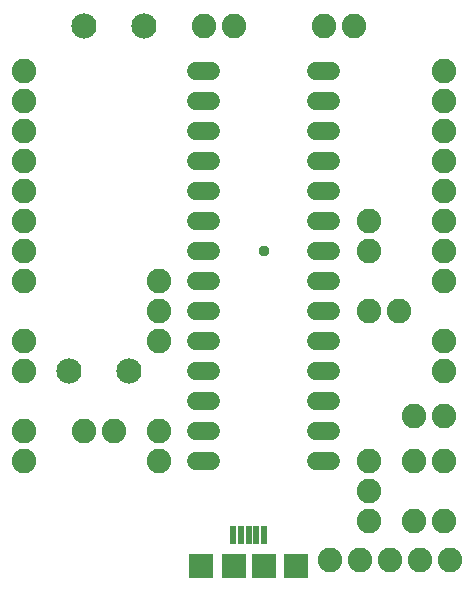
<source format=gts>
G75*
%MOIN*%
%OFA0B0*%
%FSLAX25Y25*%
%IPPOS*%
%LPD*%
%AMOC8*
5,1,8,0,0,1.08239X$1,22.5*
%
%ADD10C,0.08200*%
%ADD11C,0.06000*%
%ADD12C,0.08400*%
%ADD13R,0.02178X0.06312*%
%ADD14R,0.07887X0.08280*%
%ADD15R,0.08280X0.08280*%
%ADD16C,0.03778*%
D10*
X0009333Y0047275D03*
X0009333Y0057275D03*
X0009333Y0077275D03*
X0009333Y0087275D03*
X0009333Y0107275D03*
X0009333Y0117275D03*
X0009333Y0127275D03*
X0009333Y0137275D03*
X0009333Y0147275D03*
X0009333Y0157275D03*
X0009333Y0167275D03*
X0009333Y0177275D03*
X0054333Y0107275D03*
X0054333Y0097275D03*
X0054333Y0087275D03*
X0054333Y0057275D03*
X0054333Y0047275D03*
X0039333Y0057275D03*
X0029333Y0057275D03*
X0111333Y0014275D03*
X0121333Y0014275D03*
X0131333Y0014275D03*
X0141333Y0014275D03*
X0151333Y0014275D03*
X0149333Y0027275D03*
X0139333Y0027275D03*
X0124333Y0027275D03*
X0124333Y0037275D03*
X0124333Y0047275D03*
X0139333Y0047275D03*
X0149333Y0047275D03*
X0149333Y0062275D03*
X0139333Y0062275D03*
X0149333Y0077275D03*
X0149333Y0087275D03*
X0134333Y0097275D03*
X0124333Y0097275D03*
X0124333Y0117275D03*
X0124333Y0127275D03*
X0149333Y0127275D03*
X0149333Y0117275D03*
X0149333Y0107275D03*
X0149333Y0137275D03*
X0149333Y0147275D03*
X0149333Y0157275D03*
X0149333Y0167275D03*
X0149333Y0177275D03*
X0119333Y0192275D03*
X0109333Y0192275D03*
X0079333Y0192275D03*
X0069333Y0192275D03*
D11*
X0066733Y0177275D02*
X0071933Y0177275D01*
X0071933Y0167275D02*
X0066733Y0167275D01*
X0066733Y0157275D02*
X0071933Y0157275D01*
X0071933Y0147275D02*
X0066733Y0147275D01*
X0066733Y0137275D02*
X0071933Y0137275D01*
X0071933Y0127275D02*
X0066733Y0127275D01*
X0066733Y0117275D02*
X0071933Y0117275D01*
X0071933Y0107275D02*
X0066733Y0107275D01*
X0066733Y0097275D02*
X0071933Y0097275D01*
X0071933Y0087275D02*
X0066733Y0087275D01*
X0066733Y0077275D02*
X0071933Y0077275D01*
X0071933Y0067275D02*
X0066733Y0067275D01*
X0066733Y0057275D02*
X0071933Y0057275D01*
X0071933Y0047275D02*
X0066733Y0047275D01*
X0106733Y0047275D02*
X0111933Y0047275D01*
X0111933Y0057275D02*
X0106733Y0057275D01*
X0106733Y0067275D02*
X0111933Y0067275D01*
X0111933Y0077275D02*
X0106733Y0077275D01*
X0106733Y0087275D02*
X0111933Y0087275D01*
X0111933Y0097275D02*
X0106733Y0097275D01*
X0106733Y0107275D02*
X0111933Y0107275D01*
X0111933Y0117275D02*
X0106733Y0117275D01*
X0106733Y0127275D02*
X0111933Y0127275D01*
X0111933Y0137275D02*
X0106733Y0137275D01*
X0106733Y0147275D02*
X0111933Y0147275D01*
X0111933Y0157275D02*
X0106733Y0157275D01*
X0106733Y0167275D02*
X0111933Y0167275D01*
X0111933Y0177275D02*
X0106733Y0177275D01*
D12*
X0049333Y0192275D03*
X0029333Y0192275D03*
X0024333Y0077275D03*
X0044333Y0077275D03*
D13*
X0079215Y0022709D03*
X0081774Y0022709D03*
X0084333Y0022709D03*
X0086892Y0022709D03*
X0089451Y0022709D03*
D14*
X0100081Y0012275D03*
X0068585Y0012275D03*
D15*
X0079333Y0012275D03*
X0089333Y0012275D03*
D16*
X0089333Y0117275D03*
M02*

</source>
